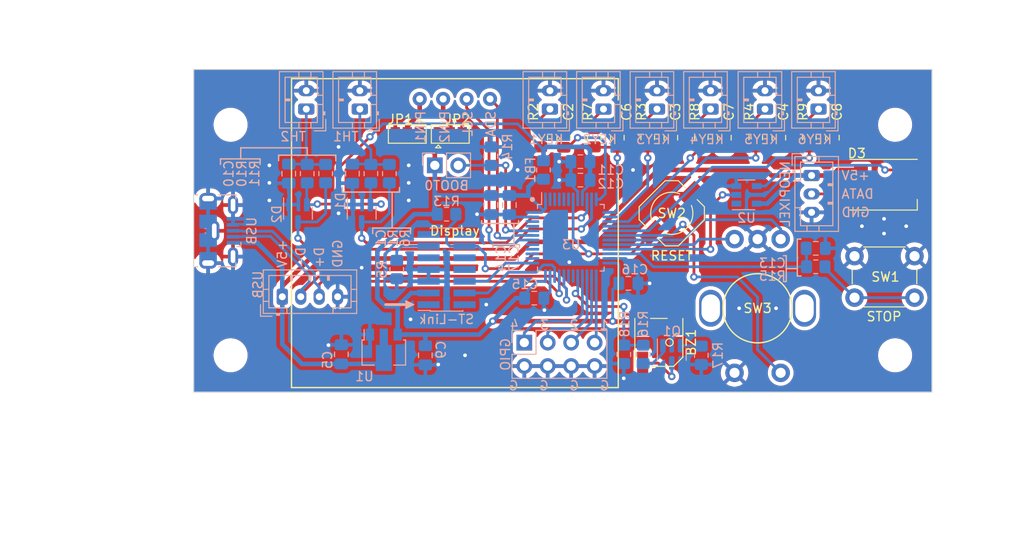
<source format=kicad_pcb>
(kicad_pcb (version 20221018) (generator pcbnew)

  (general
    (thickness 1.6)
  )

  (paper "A4")
  (title_block
    (title "V0_McDisplay")
    (date "2023-02-13")
    (rev "1")
    (company "Anton McFLY Mukhin")
  )

  (layers
    (0 "F.Cu" signal)
    (31 "B.Cu" signal)
    (32 "B.Adhes" user "B.Adhesive")
    (33 "F.Adhes" user "F.Adhesive")
    (34 "B.Paste" user)
    (35 "F.Paste" user)
    (36 "B.SilkS" user "B.Silkscreen")
    (37 "F.SilkS" user "F.Silkscreen")
    (38 "B.Mask" user)
    (39 "F.Mask" user)
    (40 "Dwgs.User" user "User.Drawings")
    (41 "Cmts.User" user "User.Comments")
    (42 "Eco1.User" user "User.Eco1")
    (43 "Eco2.User" user "User.Eco2")
    (44 "Edge.Cuts" user)
    (45 "Margin" user)
    (46 "B.CrtYd" user "B.Courtyard")
    (47 "F.CrtYd" user "F.Courtyard")
    (48 "B.Fab" user)
    (49 "F.Fab" user)
    (50 "User.1" user)
    (51 "User.2" user)
  )

  (setup
    (stackup
      (layer "F.SilkS" (type "Top Silk Screen"))
      (layer "F.Paste" (type "Top Solder Paste"))
      (layer "F.Mask" (type "Top Solder Mask") (thickness 0.01))
      (layer "F.Cu" (type "copper") (thickness 0.035))
      (layer "dielectric 1" (type "core") (thickness 1.51) (material "FR4") (epsilon_r 4.5) (loss_tangent 0.02))
      (layer "B.Cu" (type "copper") (thickness 0.035))
      (layer "B.Mask" (type "Bottom Solder Mask") (thickness 0.01))
      (layer "B.Paste" (type "Bottom Solder Paste"))
      (layer "B.SilkS" (type "Bottom Silk Screen"))
      (copper_finish "None")
      (dielectric_constraints no)
    )
    (pad_to_mask_clearance 0)
    (pcbplotparams
      (layerselection 0x00010fc_ffffffff)
      (plot_on_all_layers_selection 0x0000000_00000000)
      (disableapertmacros false)
      (usegerberextensions true)
      (usegerberattributes false)
      (usegerberadvancedattributes false)
      (creategerberjobfile false)
      (dashed_line_dash_ratio 12.000000)
      (dashed_line_gap_ratio 3.000000)
      (svgprecision 6)
      (plotframeref false)
      (viasonmask false)
      (mode 1)
      (useauxorigin false)
      (hpglpennumber 1)
      (hpglpenspeed 20)
      (hpglpendiameter 15.000000)
      (dxfpolygonmode true)
      (dxfimperialunits true)
      (dxfusepcbnewfont true)
      (psnegative false)
      (psa4output false)
      (plotreference true)
      (plotvalue false)
      (plotinvisibletext false)
      (sketchpadsonfab false)
      (subtractmaskfromsilk true)
      (outputformat 1)
      (mirror false)
      (drillshape 0)
      (scaleselection 1)
      (outputdirectory "gerber/")
    )
  )

  (net 0 "")
  (net 1 "VBUS")
  (net 2 "Net-(BZ1-+)")
  (net 3 "Net-(J2-Pin_1)")
  (net 4 "KEY1")
  (net 5 "GND")
  (net 6 "KEY3")
  (net 7 "KEY5")
  (net 8 "KEY2")
  (net 9 "KEY4")
  (net 10 "KEY6")
  (net 11 "+3.3V")
  (net 12 "Net-(J11-Pin_1)")
  (net 13 "+3.3VA")
  (net 14 "KILL_SW")
  (net 15 "TH1")
  (net 16 "TH2")
  (net 17 "Net-(D3-DOUT)")
  (net 18 "Net-(D3-DIN)")
  (net 19 "D-")
  (net 20 "D+")
  (net 21 "Net-(J3-Pin_1)")
  (net 22 "Net-(J4-Pin_1)")
  (net 23 "Net-(J5-Pin_1)")
  (net 24 "unconnected-(J7-Pin_1-Pad1)")
  (net 25 "unconnected-(J7-Pin_2-Pad2)")
  (net 26 "SWDIO")
  (net 27 "SWCLK")
  (net 28 "unconnected-(J7-Pin_8-Pad8)")
  (net 29 "unconnected-(J7-Pin_9-Pad9)")
  (net 30 "unconnected-(J7-Pin_10-Pad10)")
  (net 31 "Net-(J7-Pin_11)")
  (net 32 "RESET")
  (net 33 "unconnected-(J7-Pin_13-Pad13)")
  (net 34 "unconnected-(J7-Pin_14-Pad14)")
  (net 35 "Net-(J8-Pin_1)")
  (net 36 "Net-(J9-Pin_1)")
  (net 37 "Net-(J10-Pin_1)")
  (net 38 "BOOT0")
  (net 39 "GPIO1")
  (net 40 "GPIO2")
  (net 41 "GPIO3")
  (net 42 "GPIO4")
  (net 43 "PIN1")
  (net 44 "PIN2")
  (net 45 "SCL")
  (net 46 "SDA")
  (net 47 "Net-(Q1-G)")
  (net 48 "Net-(Q1-S)")
  (net 49 "Net-(SW1-B)")
  (net 50 "BUZZER")
  (net 51 "ENC_A")
  (net 52 "ENC_B")
  (net 53 "ENC_SW")
  (net 54 "NEOPIXEL")
  (net 55 "unconnected-(U3-PC13-Pad2)")
  (net 56 "unconnected-(U3-PC14-OSC32_IN-Pad3)")
  (net 57 "unconnected-(U3-PC15-OSC32_OUT-Pad4)")
  (net 58 "unconnected-(U3-PF0-OSC_IN-Pad5)")
  (net 59 "unconnected-(U3-PF1-OSC_OUT-Pad6)")
  (net 60 "unconnected-(U3-PA9-Pad30)")
  (net 61 "unconnected-(U3-PA10-Pad31)")
  (net 62 "unconnected-(U3-PA15-Pad38)")
  (net 63 "unconnected-(U3-PB3-Pad39)")
  (net 64 "unconnected-(U3-PB4-Pad40)")
  (net 65 "unconnected-(U3-PB5-Pad41)")
  (net 66 "unconnected-(U3-PB8-Pad45)")
  (net 67 "unconnected-(U3-PB9-Pad46)")

  (footprint "V0-Display:WS2812_5050_LED" (layer "F.Cu") (at 74.75 12.5))

  (footprint "Resistor_SMD:R_0805_2012Metric_Pad1.20x1.40mm_HandSolder" (layer "F.Cu") (at 49.2 7.4 -90))

  (footprint "V0-Display:SW_PUSH_6mm" (layer "F.Cu") (at 71.6 20.25))

  (footprint "V0-Display:MountingHole_3.2mm_M3" (layer "F.Cu") (at 76 31))

  (footprint "Resistor_SMD:R_0805_2012Metric_Pad1.20x1.40mm_HandSolder" (layer "F.Cu") (at 43.4 7.4 -90))

  (footprint "Resistor_SMD:R_0805_2012Metric_Pad1.20x1.40mm_HandSolder" (layer "F.Cu") (at 55 7.4 -90))

  (footprint "V0-Display:MountingHole_3.2mm_M3" (layer "F.Cu") (at 4 31))

  (footprint "Capacitor_SMD:C_0805_2012Metric_Pad1.18x1.45mm_HandSolder" (layer "F.Cu") (at 57.5 7.4 90))

  (footprint "my_additions:Buzzer_5020" (layer "F.Cu") (at 50.4 29.6 -90))

  (footprint "Capacitor_SMD:C_0805_2012Metric_Pad1.18x1.45mm_HandSolder" (layer "F.Cu") (at 69.2 7.4 90))

  (footprint "Capacitor_SMD:C_0805_2012Metric_Pad1.18x1.45mm_HandSolder" (layer "F.Cu") (at 51.7 7.4 90))

  (footprint "Resistor_SMD:R_0805_2012Metric_Pad1.20x1.40mm_HandSolder" (layer "F.Cu") (at 66.7 7.4 -90))

  (footprint "Resistor_SMD:R_0805_2012Metric_Pad1.20x1.40mm_HandSolder" (layer "F.Cu") (at 60.9 7.4 -90))

  (footprint "V0-Display:SolderJumper-3_P1.3mm_Pad1.0x1.5mm" (layer "F.Cu") (at 23.1425 7 180))

  (footprint "Capacitor_SMD:C_0805_2012Metric_Pad1.18x1.45mm_HandSolder" (layer "F.Cu") (at 45.9 7.4 90))

  (footprint "my_additions:SW_silent_SMD_6x6x5" (layer "F.Cu") (at 51.8 15.6 -135))

  (footprint "Capacitor_SMD:C_0805_2012Metric_Pad1.18x1.45mm_HandSolder" (layer "F.Cu") (at 40.1 7.4 90))

  (footprint "V0-Display:MountingHole_3.2mm_M3" (layer "F.Cu") (at 4 6))

  (footprint "Resistor_SMD:R_0805_2012Metric_Pad1.20x1.40mm_HandSolder" (layer "F.Cu") (at 37.6 7.4 -90))

  (footprint "V0-Display:MountingHole_3.2mm_M3" (layer "F.Cu") (at 76 6))

  (footprint "V0-Display:SolderJumper-3_P1.3mm_Pad1.0x1.5mm" (layer "F.Cu") (at 27.8 7))

  (footprint "V0-Display:1pt3in_OLED" (layer "F.Cu") (at 28.3 3.2))

  (footprint "Capacitor_SMD:C_0805_2012Metric_Pad1.18x1.45mm_HandSolder" (layer "F.Cu") (at 63.4 7.4 90))

  (footprint "V0-Display:EN11_Encoder" (layer "F.Cu") (at 61.1 25.9 180))

  (footprint "Capacitor_SMD:C_0805_2012Metric_Pad1.18x1.45mm_HandSolder" (layer "B.Cu") (at 67.4 19.4))

  (footprint "Capacitor_SMD:C_0805_2012Metric_Pad1.18x1.45mm_HandSolder" (layer "B.Cu") (at 10.3 11.3 -90))

  (footprint "V0-Display:SOT-23-5" (layer "B.Cu") (at 59.9 13.6))

  (footprint "Connector_PinHeader_2.54mm:PinHeader_2x04_P2.54mm_Vertical" (layer "B.Cu") (at 35.82 29.625 -90))

  (footprint "Connector_JST:JST_PH_B3B-PH-K_1x03_P2.00mm_Vertical" (layer "B.Cu") (at 66.95 11.5 -90))

  (footprint "Connector_PinHeader_1.27mm:PinHeader_2x07_P1.27mm_Vertical_SMD" (layer "B.Cu") (at 27.4 21.7))

  (footprint "Connector_PinHeader_2.54mm:PinHeader_1x02_P2.54mm_Vertical" (layer "B.Cu") (at 26.125 10.4 -90))

  (footprint "Capacitor_SMD:C_0805_2012Metric_Pad1.18x1.45mm_HandSolder" (layer "B.Cu") (at 34.2 14.7 -90))

  (footprint "Capacitor_SMD:C_0805_2012Metric_Pad1.18x1.45mm_HandSolder" (layer "B.Cu") (at 47.1 23.2))

  (footprint "Package_QFP:LQFP-48_7x7mm_P0.5mm" (layer "B.Cu") (at 40.8625 18.25 -90))

  (footprint "Capacitor_SMD:C_0805_2012Metric_Pad1.18x1.45mm_HandSolder" (layer "B.Cu") (at 16 30.9 90))

  (footprint "Connector_JST:JST_PH_B2B-PH-K_1x02_P2.00mm_Vertical" (layer "B.Cu") (at 38.6 4.3 90))

  (footprint "Capacitor_SMD:C_0805_2012Metric_Pad1.18x1.45mm_HandSolder" (layer "B.Cu") (at 41.9 12 180))

  (footprint "Resistor_SMD:R_0805_2012Metric_Pad1.20x1.40mm_HandSolder" (layer "B.Cu") (at 32.2 9.4 -90))

  (footprint "Capacitor_SMD:C_0805_2012Metric_Pad1.18x1.45mm_HandSolder" (layer "B.Cu") (at 36.9 24.8))

  (footprint "Resistor_SMD:R_0805_2012Metric_Pad1.20x1.40mm_HandSolder" (layer "B.Cu") (at 14.3 11.300001 -90))

  (footprint "Resistor_SMD:R_0805_2012Metric_Pad1.20x1.40mm_HandSolder" (layer "B.Cu") (at 19.2 11.3 90))

  (footprint "Resistor_SMD:R_0805_2012Metric_Pad1.20x1.40mm_HandSolder" (layer "B.Cu") (at 27.4 15.7 180))

  (footprint "Capacitor_SMD:C_0805_2012Metric_Pad1.18x1.45mm_HandSolder" (layer "B.Cu") (at 17.2 11.3 -90))

  (footprint "Capacitor_SMD:C_0805_2012Metric_Pad1.18x1.45mm_HandSolder" (layer "B.Cu") (at 41.9 10 180))

  (footprint "Connector_JST:JST_PH_B2B-PH-K_1x02_P2.00mm_Vertical" (layer "B.Cu") (at 61.9 4.3 90))

  (footprint "Connector_JST:JST_PH_B2B-PH-K_1x02_P2.00mm_Vertical" (layer "B.Cu")
    (tstamp 732a5740-d45a-4288-933b-37ed89550304)
    (at 50.2 4.3 90)
    (descr "JST PH series connector, B2B-PH-K (http://www.jst-mfg.com/product/pdf/eng/ePH.pdf), generated with kicad-footprint-generator")
    (tags "connector JST PH side entry")
    (property "Label" "KEY3")
    (property "Sheetfile" "V0_McDisplay.kicad_sch")
    (property "Sheetname" "")
    (property "ki_description" "Generic connector, single row, 01x02, script generated (kicad-library-utils/schlib/autogen/connector/)")
    (property "ki_keywords" "connector")
    (path "/e9f69746-91ca-45d5-8ab8-58fb0a568c85")
    (attr through_hole)
    (fp_text reference "J4" (at 1 2.9 90) (layer "B.SilkS") hide
        (effects (font (size 1 1) (thickness 0.15)) (justify mirror))
      (tstamp 9c856e10-639e-425d-96bc-38408db78000)
    )
    (fp_text value "PH2.00_02" (at 1 -4 90) (layer "B.Fab")
        (effects (font (size 1 1) (thickness 0.15)) (justify mirror))
      (tstamp 9e8456fb-6cfb-441c-801c-406d1187c85a)
    )
    (fp_text user "${REFERENCE}" (at 1 -1.5 90) (layer "B.Fab")
        (effects (font (size 1 1) (thickness 0.15)) (justify mirror))
      (tstamp 625e9e59-b56b-46df-83b7-4628e7828bfa)
    )
    (fp_line (start -2.36 2.11) (end -2.36 0.86)
      (stroke (width 0.12) (type solid)) (layer "B.SilkS") (tstamp f2914a04-37f0-47b1-a201-2e67825223e8))
    (fp_line (start -2.06 -2.91) (end 4.06 -2.91)
      (stroke (width 0.12) (type solid)) (layer "B.SilkS") (tstamp 164dac81-7999-4719-9f92-f28015c126cf))
    (fp_line (start -2.06 -0.8) (end -1.45 -0.8)
      (stroke (width 0.12) (type solid)) (layer "B.SilkS") (tstamp ff22081c-4f47-4789-9e64-de3ff710ce06))
    (fp_line (start -2.06 0.5) (end -1.45 0.5)
      (stroke (width 0.12) (type solid)) (layer "B.SilkS") (tstamp c1401dbe-f21f-471f-8237-5e841cdc37ee))
    (fp_line (start -2.06 1.81) (end -2.06 -2.91)
      (stroke (width 0.12) (type solid)) (layer "B.SilkS") (tstamp 145d9ab2-590c-4974-a79e-d6145e025ec9))
    (fp_line (start -1.45 -2.3) (end 3.45 -2.3)
      (stroke (width 0.12) (type solid)) (layer "B.SilkS") (tstamp 985c0488-76d0-43a9-bd29-bd7f7d19ea2a))
    (fp_line (start -1.45 1.2) (end -1.45 -2.3)
      (stroke (width 0.12) (type solid)) (layer "B.SilkS") (tstamp 88e22f5b-d527-4ba3-805d-a8bd1167df7a))
    (fp_line (start -1.11 2.11) (end -2.36 2.11)
      (stroke (width 0.12) (type solid)) (layer "B.SilkS") (tstamp 78d85592-2d00-425e-b2f5-3c1690d2c082))
    (fp_line (start -0.6 2.01) (end -0.6 1.81)
      (stroke (width 0.12) (type solid)) (layer "B.SilkS") (tstamp 30c9e245-c1fd-481d-82b1-42518cacb1b8))
    (fp_line (start -0.3 1.81) (end -0.3 2.01)
      (stroke (width 0.12) (type solid)) (layer "B.SilkS") (tstamp 4f26520a-5293-45ec-bd13-03b657386f3b))
    (fp_line (start -0.3 1.91) (end -0.6 1.91)
      (stroke (width 0.12) (type solid)) (layer "B.SilkS") (tstamp cd2510ed-bf98-49e7-b932-2498dea1c13a))
    (fp_line (start -0.3 2.01) (end -0.6 2.01)
      (stroke (width 0.12) (type solid)) (layer "B.SilkS") (tstamp 76942d78-675c-4e1c-8846-1804b5db7d52))
    (fp_line (start 0.5 1.2) (end -1.45 1.2)
      (stroke (width 0.12) (type solid)) (layer "B.SilkS") (tstamp fbb1df67-d24f-4b1d-9a06-f182542d446a))
    (fp_line (start 0.5 1.81) (end 0.5 1.2)
      (stroke (width 0.12) (type solid)) (layer "B.SilkS") (tstamp 26a09900-6e47-46ec-9aca-86d5fab98350))
    (fp_line (start 0.9 -2.3) (end 0.9 -1.8)
      (stroke (width 0.12) (type solid)) (layer "B.SilkS") (tstamp 0f145a15-2ac1-4613-b3d0-d2fd29d221cc))
    (fp_line (start 0.9 -1.8) (end 1.1 -1.8)
      (stroke (width 0.12) (type solid)) (layer "B.SilkS") (tstamp a89b4406-8e94-4d2b-87e0-a5d8d3e68573))
    (fp_line (start 1 -2.3) (end 1 -1.8)
      (stroke (width 0.12) (type solid)) (layer "B.SilkS") (tstamp 69b3b014-77ce-4b48-b9c8-874e47e6e379))
    (fp_line (start 1.1 -1.8) (end 1.1 -2.3)
      (stroke (width 0.12) (type solid)) (layer "B.SilkS") (tstamp c79085a6-f26e-4be1-9b59-150b12db49f8))
    (fp_line (start 1.5 1.2) (end 1.5 1.81)
      (stroke (width 0.12) (type solid)) (layer "B.SilkS") (tstamp fe1f218a-9183-4e34-97b1-9bdfbeac276c))
    (fp_line (start 3.45 -2.3) (end 3.45 1.2)
      (stroke (width 0.12) (type solid)) (layer "B.SilkS") (tstamp 97fb3a3f-0e19-4934-8505-b5c42f90dc3a))
    (fp_line (start 3.45 1.2) (end 1.5 1.2)
      (stroke (width 0.12) (type solid)) (layer "B.SilkS") (tstamp 7be941a7-8af2-4c44-9290-8256b442e8e2))
    (fp_line (start 4.06 -2.91) (end 4.06 1.81)
      (stroke (width 0.12) (type solid)) (layer "B.SilkS") (tstamp 730d76eb-377f-4d2b-ba35-8e258ea79db3))
    (fp_line (start 4.06 -0.8) (end 3.45 -0.8)
      (stroke (width 0.12) (type solid)) (layer "B.SilkS") (tstamp be4186db-a289-4438-bf90-de5250319a9b))
    (fp_line (start 4.06 0.5) (end 3.45 0.5)
      (stroke (width 0.12) (type solid)) (layer "B.SilkS") (tstamp 71bd0019-0b15-4050-8e05-b3f6cf3b8fff))
    (fp_line (start 4.06 1.81) (end -2.06 1.81)
      (stroke (width 0.12) (type solid)) (layer "B.SilkS") (tstamp 41a31fd6-e78c-4306-8a86-1c08ce16fe6b))
    (fp_line (start -2.45 -3.3) (end 4.45 -3.3)
      (stroke (width 0.05) (type solid)) (layer "B.CrtYd") (tstamp c8610e8e-5972-4767-8b73-10a5f30f97b4))
    (fp_line (start -2.45 2.2) (end -2.45 -3.3)
      (stroke (width 0.05) (type solid)) (layer "B.CrtYd") (tstamp 5e055fdc-3f27-4c88-92df-94f291d2861c))
    (fp_line (start 4.45 -3.3) (end 4.45 2.2)
      (stroke (width 0.05) (type solid)) (layer "B.CrtYd") (tstamp 174cceb4-b063-470c-97f7-e8f8f72b5922))
    (fp_line (start 4.45 2.2) (end -2.45 2.2)
      (stroke (width 0.05) (type solid)) (layer "B.CrtYd") (tstamp 05affe0b-f108-4f7e-ac9b-fab438ea6edc))
    (fp_line (start -2.36 2.11) (end -2.36 0.86)
      (stroke (width 0.1) (type solid)) (layer "B.Fab") (tstamp 45bdbd3d-6ac5-479c-8573-e6a498b532e1))
    (fp_line (start -1.95 -2.8) (end 3.95 -2.8)
      (stroke (width 0.1) (type solid)) (layer "B.Fab") (tstamp 7c4daeac-a331-43bc-819d-f457747d92cb))
    (fp_line (start -1.95 1.7) (end -1.95 -2.8)
      (stroke (width 0.1) (type solid)) (layer "B.Fab") (tstamp 2ce9b9c6-8bfb-4904-a454-1d725d9961ca))
    (fp_line (start -1.11 2.11) (end -2.36 2.11)
      (stroke (width 0.1) (type solid)) (layer "B.Fab") (tstamp 7a71fe99-727c-4703-9fc4-1ca34cb3fcab))
    (fp_line (start 3.95 -2.8) (end 3.95 1.7)
      (stroke (width 0.1) (type solid)) (layer "B.Fab") (tstamp 3ba71b8c-41f7-4300-ba28-4480c463
... [808876 chars truncated]
</source>
